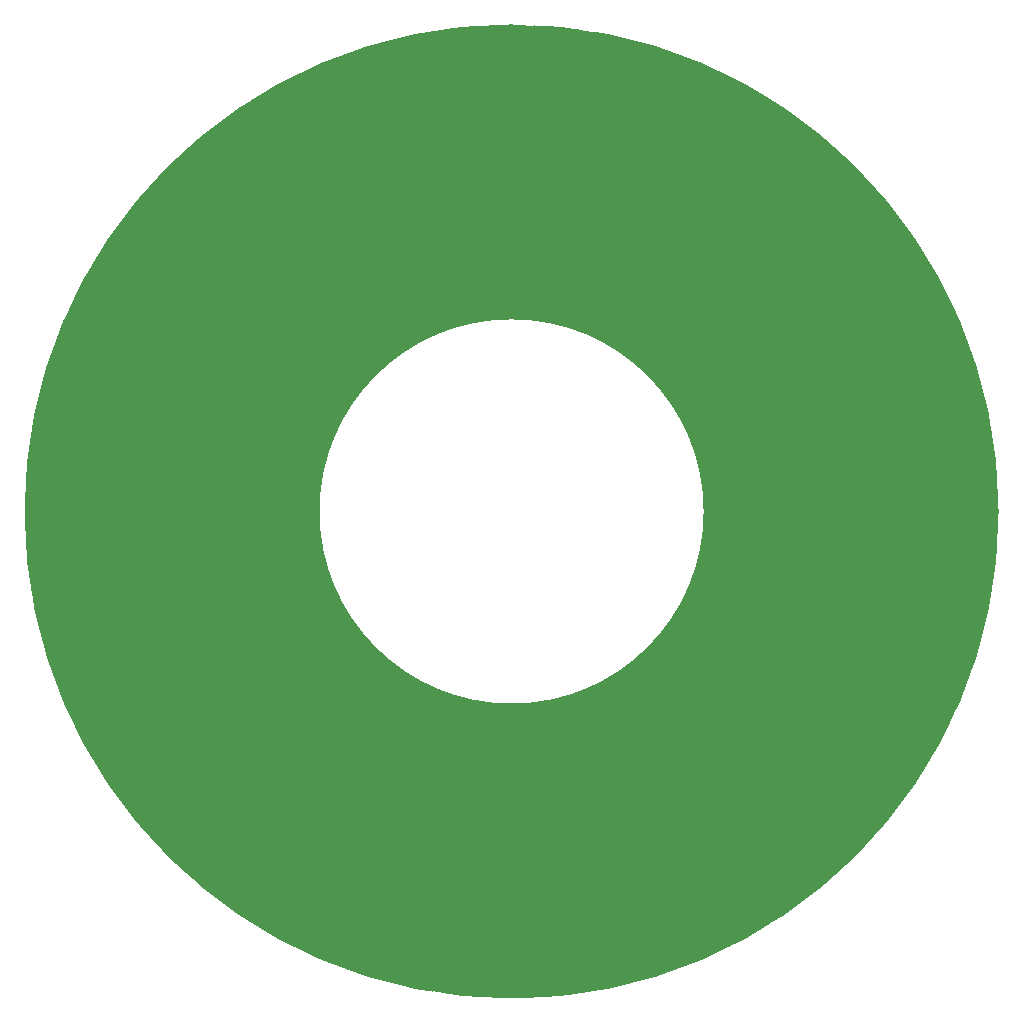
<source format=gtl>
G04 #@! TF.GenerationSoftware,KiCad,Pcbnew,(6.0.6-0)*
G04 #@! TF.CreationDate,2022-09-01T16:52:26+01:00*
G04 #@! TF.ProjectId,gnss_ring_patch_pcb,676e7373-5f72-4696-9e67-5f7061746368,1.0*
G04 #@! TF.SameCoordinates,Original*
G04 #@! TF.FileFunction,Copper,L1,Top*
G04 #@! TF.FilePolarity,Positive*
%FSLAX46Y46*%
G04 Gerber Fmt 4.6, Leading zero omitted, Abs format (unit mm)*
G04 Created by KiCad (PCBNEW (6.0.6-0)) date 2022-09-01 16:52:26*
%MOMM*%
%LPD*%
G01*
G04 APERTURE LIST*
G04 #@! TA.AperFunction,EtchedComponent*
%ADD10C,25.000000*%
G04 #@! TD*
G04 #@! TA.AperFunction,ComponentPad*
%ADD11C,1.500000*%
G04 #@! TD*
G04 APERTURE END LIST*
D10*
X128750000Y-100000000D02*
G75*
G03*
X128750000Y-100000000I-28750000J0D01*
G01*
D11*
X112197592Y-112197592D03*
X112197592Y-87802408D03*
M02*

</source>
